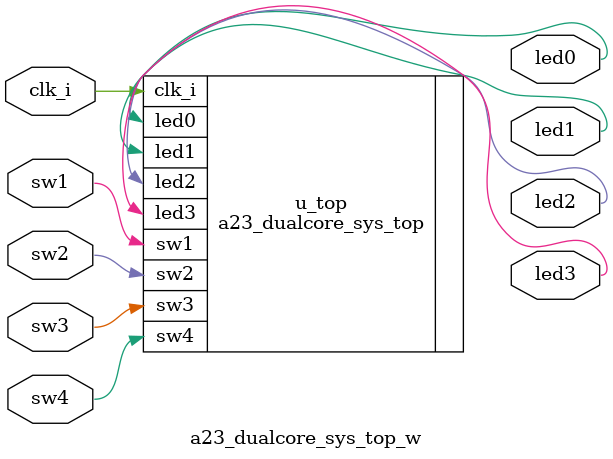
<source format=sv>
/****************************************************************************
 * a23_dualcore_sys_top_w.sv
 ****************************************************************************/

/**
 * Module: a23_dualcore_sys_top_w
 * 
 * TODO: Add module documentation
 */
module a23_dualcore_sys_top_w #(
		parameter int CLK_PERIOD = 10,
		parameter int UART_BAUD = 7372800
		) (
		input			clk_i,
		input			sw1,
		input			sw2,
		input			sw3,
		input			sw4,
		output			led0,
		output			led1,
		output			led2,
		output			led3,
		uart_if.dte		uart_dte		
		);

	a23_dualcore_sys_top u_top (
		.clk_i(clk_i),
		.sw1(sw1),
		.sw2(sw2),
		.sw3(sw3),
		.sw4(sw4),
		.led0(led0),
		.led1(led1),
		.led2(led2),
		.led3(led3)
		);

endmodule


</source>
